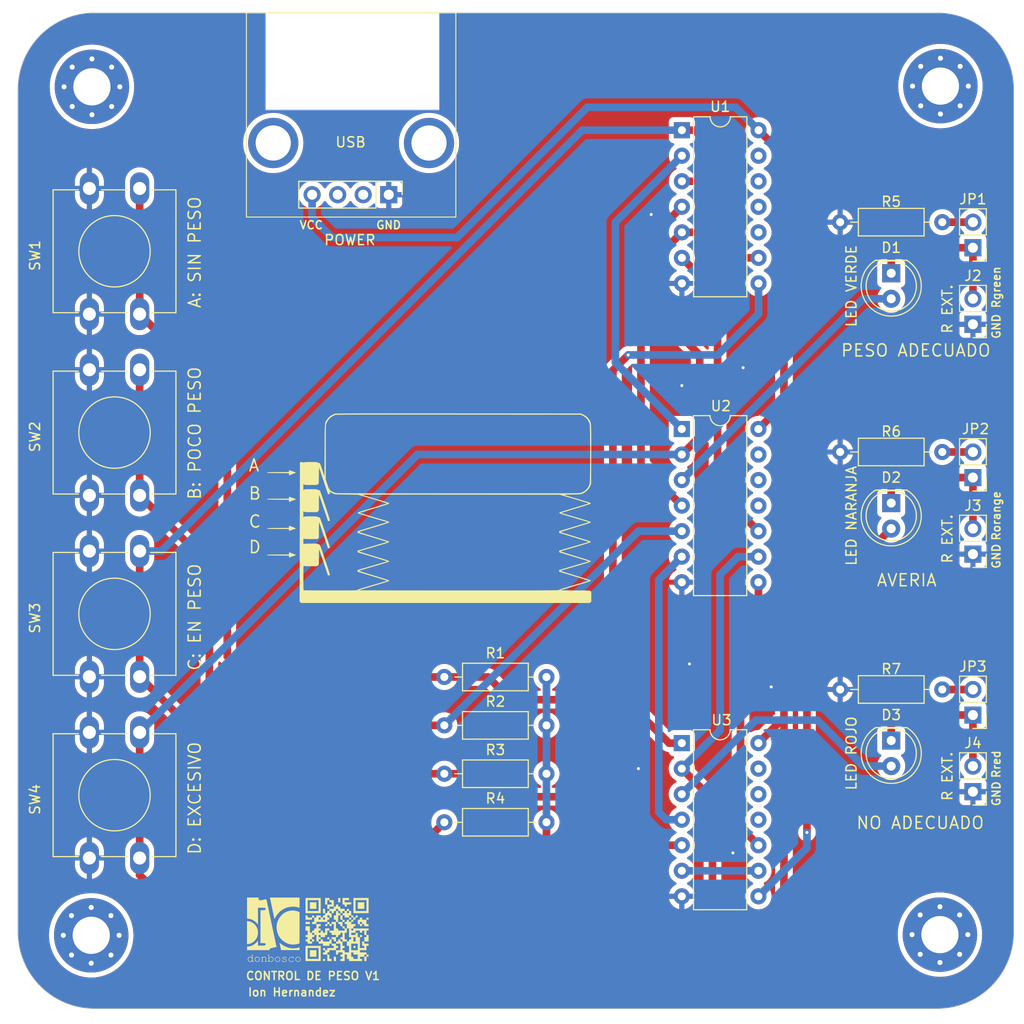
<source format=kicad_pcb>
(kicad_pcb (version 20240108) (generator "pcbnew") (generator_version "8.0")
  (layers (0 "F.Cu" signal) (31 "B.Cu" signal) (34 "B.Paste" user) (35 "F.Paste" user) (36 "B.SilkS" user "B.Silkscreen") (37 "F.SilkS" user "F.Silkscreen") (38 "B.Mask" user) (39 "F.Mask" user) (44 "Edge.Cuts" user))
  (net 0 "")
  (net 1 "Net-(D1-K)")
  (net 2 "LED VERDE")
  (net 3 "Net-(D2-K)")
  (net 4 "LED NARANJA")
  (net 5 "Net-(D3-K)")
  (net 6 "LED ROJO")
  (net 7 "GND")
  (net 10 "Net-(JP3-B)")
  (net 11 "POCO PESO")
  (net 12 "+5V")
  (net 13 "P ADECUADO")
  (net 14 "P EXCESIVO")
  (net 15 "SIN PESO")
  (net 16 "Net-(U1-Pad2)")
  (net 17 "Net-(U1-Pad8)")
  (net 18 "Net-(U1-Pad4)")
  (net 19 "Net-(U1-Pad6)")
  (net 20 "Net-(U2-Pad8)")
  (net 21 "Net-(U2-Pad6)")
  (net 22 "Net-(U3-Pad6)")
  (net 23 "Net-(JP1-B)")
  (net 24 "Net-(JP2-B)")
  (footprint "Connector_PinHeader_2.54mm:PinHeader_1x02_P2.54mm_Vertical" (layer "F.Cu") (at 161.036 83.825 180)
    (property "Reference" "JP2" (at -0.254 4.831 0) (layer "F.SilkS"))
    (property "Value" "Jumper_2_Bridged" (hide yes))
    (pad "1" thru_hole rect (at 0 0 180) (size 1.7 1.7) (drill 1) (layers "*.Cu" "*.Mask") (net 3 "Net-(D2-K)"))
    (pad "2" thru_hole oval (at 0 2.54 180) (size 1.7 1.7) (drill 1) (layers "*.Cu" "*.Mask") (net 24 "Net-(JP2-B)"))
  )
  (footprint "LED_THT:LED_D5.0mm" (layer "F.Cu") (at 152.908 109.982 -90)
    (property "Reference" "D3" (at -2.545 0 180) (layer "F.SilkS"))
    (property "Value" "LED ROJO" (at 1.27 3.96 90) (layer "F.SilkS"))
    (pad "1" thru_hole rect (at 0 0 270) (size 1.8 1.8) (drill 0.9) (layers "*.Cu" "*.Mask") (net 5 "Net-(D3-K)"))
    (pad "2" thru_hole circle (at 2.54 0 270) (size 1.8 1.8) (drill 0.9) (layers "*.Cu" "*.Mask") (net 6 "LED ROJO"))
  )
  (footprint "Resistor_THT:R_Axial_DIN0207_L6.3mm_D2.5mm_P10.16mm_Horizontal" (layer "F.Cu") (at 157.988 104.902 180)
    (property "Reference" "R7" (at 5.08 2.032 0) (layer "F.SilkS"))
    (property "Value" "220" (hide yes))
    (pad "1" thru_hole circle (at 0 0 180) (size 1.6 1.6) (drill 0.8) (layers "*.Cu" "*.Mask") (net 10 "Net-(JP3-B)"))
    (pad "2" thru_hole oval (at 10.16 0 180) (size 1.6 1.6) (drill 0.8) (layers "*.Cu" "*.Mask") (net 7 "GND"))
  )
  (footprint "Resistor_THT:R_Axial_DIN0207_L6.3mm_D2.5mm_P10.16mm_Horizontal" (layer "F.Cu") (at 108.458 103.66)
    (property "Reference" "R1" (at 5.08 -2.37 0) (layer "F.SilkS"))
    (property "Value" "10k" (hide yes))
    (pad "1" thru_hole circle (at 0 0) (size 1.6 1.6) (drill 0.8) (layers "*.Cu" "*.Mask") (net 15 "SIN PESO"))
    (pad "2" thru_hole oval (at 10.16 0) (size 1.6 1.6) (drill 0.8) (layers "*.Cu" "*.Mask") (net 12 "+5V"))
  )
  (footprint "MountingHole:MountingHole_3.7mm_Pad_Via" (layer "F.Cu") (at 157.753 129.286)
    (property "Reference" "REF**" (hide yes))
    (property "Value" "MountingHole_3.7mm_Pad_Via" (hide yes))
    (pad "1" thru_hole circle (at -2.775 0) (size 0.8 0.8) (drill 0.5) (layers "*.Cu" "*.Mask"))
    (pad "1" thru_hole circle (at -1.962221 -1.962221) (size 0.8 0.8) (drill 0.5) (layers "*.Cu" "*.Mask"))
    (pad "1" thru_hole circle (at -1.962221 1.962221) (size 0.8 0.8) (drill 0.5) (layers "*.Cu" "*.Mask"))
    (pad "1" thru_hole circle (at 0 -2.775) (size 0.8 0.8) (drill 0.5) (layers "*.Cu" "*.Mask"))
    (pad "1" thru_hole circle (at 0 0) (size 7.4 7.4) (drill 3.7) (layers "*.Cu" "*.Mask"))
    (pad "1" thru_hole circle (at 0 2.775) (size 0.8 0.8) (drill 0.5) (layers "*.Cu" "*.Mask"))
    (pad "1" thru_hole circle (at 1.962221 -1.962221) (size 0.8 0.8) (drill 0.5) (layers "*.Cu" "*.Mask"))
    (pad "1" thru_hole circle (at 1.962221 1.962221) (size 0.8 0.8) (drill 0.5) (layers "*.Cu" "*.Mask"))
    (pad "1" thru_hole circle (at 2.775 0) (size 0.8 0.8) (drill 0.5) (layers "*.Cu" "*.Mask"))
  )
  (footprint "Package_DIP:DIP-14_W7.62mm" (layer "F.Cu") (at 132.09 49.271)
    (property "Reference" "U1" (at 3.81 -2.33 0) (layer "F.SilkS"))
    (property "Value" "74LS04" (hide yes))
    (pad "1" thru_hole rect (at 0 0) (size 1.6 1.6) (drill 0.8) (layers "*.Cu" "*.Mask") (net 13 "P ADECUADO"))
    (pad "2" thru_hole oval (at 0 2.54) (size 1.6 1.6) (drill 0.8) (layers "*.Cu" "*.Mask") (net 16 "Net-(U1-Pad2)"))
    (pad "3" thru_hole oval (at 0 5.08) (size 1.6 1.6) (drill 0.8) (layers "*.Cu" "*.Mask") (net 13 "P ADECUADO"))
    (pad "4" thru_hole oval (at 0 7.62) (size 1.6 1.6) (drill 0.8) (layers "*.Cu" "*.Mask") (net 18 "Net-(U1-Pad4)"))
    (pad "5" thru_hole oval (at 0 10.16) (size 1.6 1.6) (drill 0.8) (layers "*.Cu" "*.Mask") (net 14 "P EXCESIVO"))
    (pad "6" thru_hole oval (at 0 12.7) (size 1.6 1.6) (drill 0.8) (layers "*.Cu" "*.Mask") (net 19 "Net-(U1-Pad6)"))
    (pad "7" thru_hole oval (at 0 15.24) (size 1.6 1.6) (drill 0.8) (layers "*.Cu" "*.Mask") (net 7 "GND"))
    (pad "8" thru_hole oval (at 7.62 15.24) (size 1.6 1.6) (drill 0.8) (layers "*.Cu" "*.Mask") (net 17 "Net-(U1-Pad8)"))
    (pad "9" thru_hole oval (at 7.62 12.7) (size 1.6 1.6) (drill 0.8) (layers "*.Cu" "*.Mask") (net 14 "P EXCESIVO"))
    (pad "10" thru_hole oval (at 7.62 10.16) (size 1.6 1.6) (drill 0.8) (layers "*.Cu" "*.Mask"))
    (pad "11" thru_hole oval (at 7.62 7.62) (size 1.6 1.6) (drill 0.8) (layers "*.Cu" "*.Mask"))
    (pad "12" thru_hole oval (at 7.62 5.08) (size 1.6 1.6) (drill 0.8) (layers "*.Cu" "*.Mask"))
    (pad "13" thru_hole oval (at 7.62 2.54) (size 1.6 1.6) (drill 0.8) (layers "*.Cu" "*.Mask"))
    (pad "14" thru_hole oval (at 7.62 0) (size 1.6 1.6) (drill 0.8) (layers "*.Cu" "*.Mask") (net 12 "+5V"))
  )
  (footprint "Resistor_THT:R_Axial_DIN0207_L6.3mm_D2.5mm_P10.16mm_Horizontal" (layer "F.Cu") (at 108.458 108.472)
    (property "Reference" "R2" (at 5.08 -2.37 0) (layer "F.SilkS"))
    (property "Value" "10k" (hide yes))
    (pad "1" thru_hole circle (at 0 0) (size 1.6 1.6) (drill 0.8) (layers "*.Cu" "*.Mask") (net 11 "POCO PESO"))
    (pad "2" thru_hole oval (at 10.16 0) (size 1.6 1.6) (drill 0.8) (layers "*.Cu" "*.Mask") (net 12 "+5V"))
  )
  (footprint "Package_DIP:DIP-14_W7.62mm" (layer "F.Cu") (at 132.08 110.236)
    (property "Reference" "U3" (at 3.954 -2.286 0) (layer "F.SilkS"))
    (property "Value" "74LS32" (hide yes))
    (pad "1" thru_hole rect (at 0 0) (size 1.6 1.6) (drill 0.8) (layers "*.Cu" "*.Mask") (net 17 "Net-(U1-Pad8)"))
    (pad "2" thru_hole oval (at 0 2.54) (size 1.6 1.6) (drill 0.8) (layers "*.Cu" "*.Mask") (net 13 "P ADECUADO"))
    (pad "3" thru_hole oval (at 0 5.08) (size 1.6 1.6) (drill 0.8) (layers "*.Cu" "*.Mask") (net 6 "LED ROJO"))
    (pad "4" thru_hole oval (at 0 7.62) (size 1.6 1.6) (drill 0.8) (layers "*.Cu" "*.Mask") (net 21 "Net-(U2-Pad6)"))
    (pad "5" thru_hole oval (at 0 10.16) (size 1.6 1.6) (drill 0.8) (layers "*.Cu" "*.Mask") (net 15 "SIN PESO"))
    (pad "6" thru_hole oval (at 0 12.7) (size 1.6 1.6) (drill 0.8) (layers "*.Cu" "*.Mask") (net 22 "Net-(U3-Pad6)"))
    (pad "7" thru_hole oval (at 0 15.24) (size 1.6 1.6) (drill 0.8) (layers "*.Cu" "*.Mask") (net 7 "GND"))
    (pad "8" thru_hole oval (at 7.62 15.24) (size 1.6 1.6) (drill 0.8) (layers "*.Cu" "*.Mask") (net 4 "LED NARANJA"))
    (pad "9" thru_hole oval (at 7.62 12.7) (size 1.6 1.6) (drill 0.8) (layers "*.Cu" "*.Mask") (net 22 "Net-(U3-Pad6)"))
    (pad "10" thru_hole oval (at 7.62 10.16) (size 1.6 1.6) (drill 0.8) (layers "*.Cu" "*.Mask") (net 20 "Net-(U2-Pad8)"))
    (pad "11" thru_hole oval (at 7.62 7.62) (size 1.6 1.6) (drill 0.8) (layers "*.Cu" "*.Mask"))
    (pad "12" thru_hole oval (at 7.62 5.08) (size 1.6 1.6) (drill 0.8) (layers "*.Cu" "*.Mask"))
    (pad "13" thru_hole oval (at 7.62 2.54) (size 1.6 1.6) (drill 0.8) (layers "*.Cu" "*.Mask"))
    (pad "14" thru_hole oval (at 7.62 0) (size 1.6 1.6) (drill 0.8) (layers "*.Cu" "*.Mask") (net 12 "+5V"))
  )
  (footprint "Package_DIP:DIP-14_W7.62mm" (layer "F.Cu") (at 132.08 78.994)
    (property "Reference" "U2" (at 3.882 -2.286 0) (layer "F.SilkS"))
    (property "Value" "74LS08" (hide yes))
    (pad "1" thru_hole rect (at 0 0) (size 1.6 1.6) (drill 0.8) (layers "*.Cu" "*.Mask") (net 16 "Net-(U1-Pad2)"))
    (pad "2" thru_hole oval (at 0 2.54) (size 1.6 1.6) (drill 0.8) (layers "*.Cu" "*.Mask") (net 14 "P EXCESIVO"))
    (pad "3" thru_hole oval (at 0 5.08) (size 1.6 1.6) (drill 0.8) (layers "*.Cu" "*.Mask") (net 2 "LED VERDE"))
    (pad "4" thru_hole oval (at 0 7.62) (size 1.6 1.6) (drill 0.8) (layers "*.Cu" "*.Mask") (net 18 "Net-(U1-Pad4)"))
    (pad "5" thru_hole oval (at 0 10.16) (size 1.6 1.6) (drill 0.8) (layers "*.Cu" "*.Mask") (net 11 "POCO PESO"))
    (pad "6" thru_hole oval (at 0 12.7) (size 1.6 1.6) (drill 0.8) (layers "*.Cu" "*.Mask") (net 21 "Net-(U2-Pad6)"))
    (pad "7" thru_hole oval (at 0 15.24) (size 1.6 1.6) (drill 0.8) (layers "*.Cu" "*.Mask") (net 7 "GND"))
    (pad "8" thru_hole oval (at 7.62 15.24) (size 1.6 1.6) (drill 0.8) (layers "*.Cu" "*.Mask") (net 20 "Net-(U2-Pad8)"))
    (pad "9" thru_hole oval (at 7.62 12.7) (size 1.6 1.6) (drill 0.8) (layers "*.Cu" "*.Mask") (net 13 "P ADECUADO"))
    (pad "10" thru_hole oval (at 7.62 10.16) (size 1.6 1.6) (drill 0.8) (layers "*.Cu" "*.Mask") (net 19 "Net-(U1-Pad6)"))
    (pad "11" thru_hole oval (at 7.62 7.62) (size 1.6 1.6) (drill 0.8) (layers "*.Cu" "*.Mask"))
    (pad "12" thru_hole oval (at 7.62 5.08) (size 1.6 1.6) (drill 0.8) (layers "*.Cu" "*.Mask"))
    (pad "13" thru_hole oval (at 7.62 2.54) (size 1.6 1.6) (drill 0.8) (layers "*.Cu" "*.Mask"))
    (pad "14" thru_hole oval (at 7.62 0) (size 1.6 1.6) (drill 0.8) (layers "*.Cu" "*.Mask") (net 12 "+5V"))
  )
  (footprint "footprint_Pisu_Kontrola:qr-github-8mm" (layer "F.Cu") (at 97.79 128.778)
    (property "Reference" "G***" (hide yes))
    (property "Value" "LOGO" (hide yes))
  )
  (footprint "Connector_PinHeader_2.54mm:PinHeader_1x02_P2.54mm_Vertical" (layer "F.Cu") (at 161.036 68.58 180)
    (property "Reference" "J2" (at 0 4.826 0) (layer "F.SilkS"))
    (property "Value" "Conn_01x02" (hide yes))
    (pad "1" thru_hole rect (at 0 0 180) (size 1.7 1.7) (drill 1) (layers "*.Cu" "*.Mask") (net 7 "GND"))
    (pad "2" thru_hole oval (at 0 2.54 180) (size 1.7 1.7) (drill 1) (layers "*.Cu" "*.Mask") (net 1 "Net-(D1-K)"))
  )
  (footprint "Button_Switch_THT:SW_PUSH-12mm" (layer "F.Cu") (at 73.152 85.598 90)
    (property "Reference" "SW2" (at 5.83 -5.41 90) (layer "F.SilkS"))
    (property "Value" "SW_Push" (hide yes))
    (pad "1" thru_hole oval (at 0 0 90) (size 3.2 1.9) (drill 1.3) (layers "*.Cu" "*.Mask") (net 7 "GND"))
    (pad "1" thru_hole oval (at 12.5 0 90) (size 3.2 1.9) (drill 1.3) (layers "*.Cu" "*.Mask") (net 7 "GND"))
    (pad "2" thru_hole oval (at 0 5 90) (size 3.2 1.9) (drill 1.3) (layers "*.Cu" "*.Mask") (net 11 "POCO PESO"))
    (pad "2" thru_hole oval (at 12.5 5 90) (size 3.2 1.9) (drill 1.3) (layers "*.Cu" "*.Mask") (net 11 "POCO PESO"))
  )
  (footprint "Button_Switch_THT:SW_PUSH-12mm" (layer "F.Cu") (at 73.152 121.666 90)
    (property "Reference" "SW4" (at 5.83 -5.41 90) (layer "F.SilkS"))
    (property "Value" "SW_Push" (hide yes))
    (pad "1" thru_hole oval (at 0 0 90) (size 3.2 1.9) (drill 1.3) (layers "*.Cu" "*.Mask") (net 7 "GND"))
    (pad "1" thru_hole oval (at 12.5 0 90) (size 3.2 1.9) (drill 1.3) (layers "*.Cu" "*.Mask") (net 7 "GND"))
    (pad "2" thru_hole oval (at 0 5 90) (size 3.2 1.9) (drill 1.3) (layers "*.Cu" "*.Mask") (net 14 "P EXCESIVO"))
    (pad "2" thru_hole oval (at 12.5 5 90) (size 3.2 1.9) (drill 1.3) (layers "*.Cu" "*.Mask") (net 14 "P EXCESIVO"))
  )
  (footprint "footprint_Pisu_Kontrola:USB -1x04_P2.54mm" (layer "F.Cu") (at 99.187 55.372)
    (property "Reference" "J1" (hide yes))
    (property "Value" "Power" (hide yes))
    (fp_text user "USB" (at -1.651 -4.318 0) (layer "F.SilkS") (effects (justify left bottom)))
    (pad "1" thru_hole circle (at -7.747 -4.826) (size 5 5) (drill 3.5) (layers "*.Cu" "*.Mask"))
    (pad "1" thru_hole rect (at 3.743 0.314 270) (size 1.7 1.7) (drill 1) (layers "*.Cu" "*.Mask"))
    (pad "1" thru_hole circle (at 7.747 -4.826) (size 5 5) (drill 3.5) (layers "*.Cu" "*.Mask"))
    (pad "2" thru_hole oval (at 1.203 0.314 270) (size 1.7 1.7) (drill 1) (layers "*.Cu" "*.Mask"))
    (pad "3" thru_hole oval (at -1.337 0.314 270) (size 1.7 1.7) (drill 1) (layers "*.Cu" "*.Mask"))
    (pad "4" thru_hole oval (at -3.877 0.314 270) (size 1.7 1.7) (drill 1) (layers "*.Cu" "*.Mask") (net 12 "+5V"))
  )
  (footprint "LED_THT:LED_D5.0mm" (layer "F.Cu") (at 152.908 63.5 -90)
    (property "Reference" "D1" (at -2.54 0 0) (layer "F.SilkS"))
    (property "Value" "LED VERDE" (at 1.27 3.96 90) (layer "F.SilkS"))
    (pad "1" thru_hole rect (at 0 0 270) (size 1.8 1.8) (drill 0.9) (layers "*.Cu" "*.Mask") (net 1 "Net-(D1-K)"))
    (pad "2" thru_hole circle (at 2.54 0 270) (size 1.8 1.8) (drill 0.9) (layers "*.Cu" "*.Mask") (net 2 "LED VERDE"))
  )
  (footprint "Button_Switch_THT:SW_PUSH-12mm" (layer "F.Cu") (at 73.152 67.564 90)
    (property "Reference" "SW1" (at 5.83 -5.41 90) (layer "F.SilkS"))
    (property "Value" "SW_Push" (hide yes))
    (pad "1" thru_hole oval (at 0 0 90) (size 3.2 1.9) (drill 1.3) (layers "*.Cu" "*.Mask") (net 7 "GND"))
    (pad "1" thru_hole oval (at 12.5 0 90) (size 3.2 1.9) (drill 1.3) (layers "*.Cu" "*.Mask") (net 7 "GND"))
    (pad "2" thru_hole oval (at 0 5 90) (size 3.2 1.9) (drill 1.3) (layers "*.Cu" "*.Mask") (net 15 "SIN PESO"))
    (pad "2" thru_hole oval (at 12.5 5 90) (size 3.2 1.9) (drill 1.3) (layers "*.Cu" "*.Mask") (net 15 "SIN PESO"))
  )
  (footprint "MountingHole:MountingHole_3.7mm_Pad_Via" (layer "F.Cu") (at 73.406 44.958)
    (property "Reference" "REF**" (hide yes))
    (property "Value" "MountingHole_3.7mm_Pad_Via" (hide yes))
    (pad "1" thru_hole circle (at -2.775 0) (size 0.8 0.8) (drill 0.5) (layers "*.Cu" "*.Mask"))
    (pad "1" thru_hole circle (at -1.962221 -1.962221) (size 0.8 0.8) (drill 0.5) (layers "*.Cu" "*.Mask"))
    (pad "1" thru_hole circle (at -1.962221 1.962221) (size 0.8 0.8) (drill 0.5) (layers "*.Cu" "*.Mask"))
    (pad "1" thru_hole circle (at 0 -2.775) (size 0.8 0.8) (drill 0.5) (layers "*.Cu" "*.Mask"))
    (pad "1" thru_hole circle (at 0 0) (size 7.4 7.4) (drill 3.7) (layers "*.Cu" "*.Mask"))
    (pad "1" thru_hole circle (at 0 2.775) (size 0.8 0.8) (drill 0.5) (layers "*.Cu" "*.Mask"))
    (pad "1" thru_hole circle (at 1.962221 -1.962221) (size 0.8 0.8) (drill 0.5) (layers "*.Cu" "*.Mask"))
    (pad "1" thru_hole circle (at 1.962221 1.962221) (size 0.8 0.8) (drill 0.5) (layers "*.Cu" "*.Mask"))
    (pad "1" thru_hole circle (at 2.775 0) (size 0.8 0.8) (drill 0.5) (layers "*.Cu" "*.Mask"))
  )
  (footprint "Connector_PinHeader_2.54mm:PinHeader_1x02_P2.54mm_Vertical" (layer "F.Cu") (at 161.036 107.447 180)
    (property "Reference" "JP3" (at 0 4.826 0) (layer "F.SilkS"))
    (property "Value" "Jumper_2_Bridged" (hide yes))
    (pad "1" thru_hole rect (at 0 0 180) (size 1.7 1.7) (drill 1) (layers "*.Cu" "*.Mask") (net 5 "Net-(D3-K)"))
    (pad "2" thru_hole oval (at 0 2.54 180) (size 1.7 1.7) (drill 1) (layers "*.Cu" "*.Mask") (net 10 "Net-(JP3-B)"))
  )
  (footprint "footprint_Pisu_Kontrola:DB-6x7" (layer "F.Cu") (at 91.44 128.778)
    (property "Reference" "G***" (hide yes))
    (property "Value" "LOGO" (hide yes))
  )
  (footprint "Resistor_THT:R_Axial_DIN0207_L6.3mm_D2.5mm_P10.16mm_Horizontal" (layer "F.Cu") (at 108.458 118.11)
    (property "Reference" "R4" (at 5.08 -2.37 0) (layer "F.SilkS"))
    (property "Value" "10k" (hide yes))
    (pad "1" thru_hole circle (at 0 0) (size 1.6 1.6) (drill 0.8) (layers "*.Cu" "*.Mask") (net 14 "P EXCESIVO"))
    (pad "2" thru_hole oval (at 10.16 0) (size 1.6 1.6) (drill 0.8) (layers "*.Cu" "*.Mask") (net 12 "+5V"))
  )
  (footprint "MountingHole:MountingHole_3.7mm_Pad_Via" (layer "F.Cu") (at 73.336221 129.355779)
    (property "Reference" "REF**" (hide yes))
    (property "Value" "MountingHole_3.7mm_Pad_Via" (hide yes))
    (pad "1" thru_hole circle (at -2.775 0) (size 0.8 0.8) (drill 0.5) (layers "*.Cu" "*.Mask"))
    (pad "1" thru_hole circle (at -1.962221 -1.962221) (size 0.8 0.8) (drill 0.5) (layers "*.Cu" "*.Mask"))
    (pad "1" thru_hole circle (at -1.962221 1.962221) (size 0.8 0.8) (drill 0.5) (layers "*.Cu" "*.Mask"))
    (pad "1" thru_hole circle (at 0 -2.775) (size 0.8 0.8) (drill 0.5) (layers "*.Cu" "*.Mask"))
    (pad "1" thru_hole circle (at 0 0) (size 7.4 7.4) (drill 3.7) (layers "*.Cu" "*.Mask"))
    (pad "1" thru_hole circle (at 0 2.775) (size 0.8 0.8) (drill 0.5) (layers "*.Cu" "*.Mask"))
    (pad "1" thru_hole circle (at 1.962221 -1.962221) (size 0.8 0.8) (drill 0.5) (layers "*.Cu" "*.Mask"))
    (pad "1" thru_hole circle (at 1.962221 1.962221) (size 0.8 0.8) (drill 0.5) (layers "*.Cu" "*.Mask"))
    (pad "1" thru_hole circle (at 2.775 0) (size 0.8 0.8) (drill 0.5) (layers "*.Cu" "*.Mask"))
  )
  (footprint "footprint_Pisu_Kontrola:Pisu_Baskula_Marrazkia" (layer "F.Cu") (at 98.298 89.25721)
    (property "Reference" "G***" (hide yes))
    (property "Value" "LOGO" (hide yes))
  )
  (footprint "Resistor_THT:R_Axial_DIN0207_L6.3mm_D2.5mm_P10.16mm_Horizontal" (layer "F.Cu") (at 108.458 113.284)
    (property "Reference" "R3" (at 5.08 -2.37 0) (layer "F.SilkS"))
    (property "Value" "10k" (hide yes))
    (pad "1" thru_hole circle (at 0 0) (size 1.6 1.6) (drill 0.8) (layers "*.Cu" "*.Mask") (net 13 "P ADECUADO"))
    (pad "2" thru_hole oval (at 10.16 0) (size 1.6 1.6) (drill 0.8) (layers "*.Cu" "*.Mask") (net 12 "+5V"))
  )
  (footprint "Connector_PinHeader_2.54mm:PinHeader_1x02_P2.54mm_Vertical" (layer "F.Cu") (at 161.036 115.067 180)
    (property "Reference" "J4" (at 0 4.831 0) (layer "F.SilkS"))
    (property "Value" "Conn_01x02" (hide yes))
    (pad "1" thru_hole rect (at 0 0 180) (size 1.7 1.7) (drill 1) (layers "*.Cu" "*.Mask") (net 7 "GND"))
    (pad "2" thru_hole oval (at 0 2.54 180) (size 1.7 1.7) (drill 1) (layers "*.Cu" "*.Mask") (net 5 "Net-(D3-K)"))
  )
  (footprint "LED_THT:LED_D5.0mm" (layer "F.Cu") (at 152.908 86.36 -90)
    (property "Reference" "D2" (at -2.54 0 0) (layer "F.SilkS"))
    (property "Value" "LED NARANJA" (at 1.27 3.96 90) (layer "F.SilkS"))
    (pad "1" thru_hole rect (at 0 0 270) (size 1.8 1.8) (drill 0.9) (layers "*.Cu" "*.Mask") (net 3 "Net-(D2-K)"))
    (pad "2" thru_hole circle (at 2.54 0 270) (size 1.8 1.8) (drill 0.9) (layers "*.Cu" "*.Mask") (net 4 "LED NARANJA"))
  )
  (footprint "Connector_PinHeader_2.54mm:PinHeader_1x02_P2.54mm_Vertical" (layer "F.Cu") (at 161.036 91.44 180)
    (property "Reference" "J3" (at 0 4.826 0) (layer "F.SilkS"))
    (property "Value" "Conn_01x02" (hide yes))
    (pad "1" thru_hole rect (at 0 0 180) (size 1.7 1.7) (drill 1) (layers "*.Cu" "*.Mask") (net 7 "GND"))
    (pad "2" thru_hole oval (at 0 2.54 180) (size 1.7 1.7) (drill 1) (layers "*.Cu" "*.Mask") (net 3 "Net-(D2-K)"))
  )
  (footprint "Resistor_THT:R_Axial_DIN0207_L6.3mm_D2.5mm_P10.16mm_Horizontal" (layer "F.Cu") (at 157.988 58.42 180)
    (property "Reference" "R5" (at 5.08 2.032 0) (layer "F.SilkS"))
    (property "Value" "220" (hide yes))
    (pad "1" thru_hole circle (at 0 0 180) (size 1.6 1.6) (drill 0.8) (layers "*.Cu" "*.Mask") (net 23 "Net-(JP1-B)"))
    (pad "2" thru_hole oval (at 10.16 0 180) (size 1.6 1.6) (drill 0.8) (layers "*.Cu" "*.Mask") (net 7 "GND"))
  )
  (footprint "Button_Switch_THT:SW_PUSH-12mm" (layer "F.Cu") (at 73.152 103.632 90)
    (property "Reference" "SW3" (at 5.83 -5.41 90) (layer "F.SilkS"))
    (property "Value" "SW_Push" (hide yes))
    (pad "1" thru_hole oval (at 0 0 90) (size 3.2 1.9) (drill 1.3) (layers "*.Cu" "*.Mask") (net 7 "GND"))
    (pad "1" thru_hole oval (at 12.5 0 90) (size 3.2 1.9) (drill 1.3) (layers "*.Cu" "*.Mask") (net 7 "GND"))
    (pad "2" thru_hole oval (at 0 5 90) (size 3.2 1.9) (drill 1.3) (layers "*.Cu" "*.Mask") (net 13 "P ADECUADO"))
    (pad "2" thru_hole oval (at 12.5 5 90) (size 3.2 1.9) (drill 1.3) (layers "*.Cu" "*.Mask") (net 13 "P ADECUADO"))
  )
  (footprint "Resistor_THT:R_Axial_DIN0207_L6.3mm_D2.5mm_P10.16mm_Horizontal" (layer "F.Cu") (at 157.988 81.28 180)
    (property "Reference" "R6" (at 5.08 2.032 0) (layer "F.SilkS"))
    (property "Value" "220" (hide yes))
    (pad "1" thru_hole circle (at 0 0 180) (size 1.6 1.6) (drill 0.8) (layers "*.Cu" "*.Mask") (net 24 "Net-(JP2-B)"))
    (pad "2" thru_hole oval (at 10.16 0 180) (size 1.6 1.6) (drill 0.8) (layers "*.Cu" "*.Mask") (net 7 "GND"))
  )
  (footprint "Connector_PinHeader_2.54mm:PinHeader_1x02_P2.54mm_Vertical" (layer "F.Cu") (at 161.036 60.965 180)
    (property "Reference" "JP1" (at 0 4.831 0) (layer "F.SilkS"))
    (property "Value" "Jumper_2_Bridged" (hide yes))
    (pad "1" thru_hole rect (at 0 0 180) (size 1.7 1.7) (drill 1) (layers "*.Cu" "*.Mask") (net 1 "Net-(D1-K)"))
    (pad "2" thru_hole oval (at 0 2.54 180) (size 1.7 1.7) (drill 1) (layers "*.Cu" "*.Mask") (net 23 "Net-(JP1-B)"))
  )
  (footprint "MountingHole:MountingHole_3.7mm_Pad_Via" (layer "F.Cu") (at 157.803779 44.888221)
    (property "Reference" "REF**" (hide yes))
    (property "Value" "MountingHole_3.7mm_Pad_Via" (hide yes))
    (pad "1" thru_hole circle (at -2.775 0) (size 0.8 0.8) (drill 0.5) (layers "*.Cu" "*.Mask"))
    (pad "1" thru_hole circle (at -1.962221 -1.962221) (size 0.8 0.8) (drill 0.5) (layers "*.Cu" "*.Mask"))
    (pad "1" thru_hole circle (at -1.962221 1.962221) (size 0.8 0.8) (drill 0.5) (layers "*.Cu" "*.Mask"))
    (pad "1" thru_hole circle (at 0 -2.775) (size 0.8 0.8) (drill 0.5) (layers "*.Cu" "*.Mask"))
    (pad "1" thru_hole circle (at 0 0) (size 7.4 7.4) (drill 3.7) (layers "*.Cu" "*.Mask"))
    (pad "1" thru_hole circle (at 0 2.775) (size 0.8 0.8) (drill 0.5) (layers "*.Cu" "*.Mask"))
    (pad "1" thru_hole circle (at 1.962221 -1.962221) (size 0.8 0.8) (drill 0.5) (layers "*.Cu" "*.Mask"))
    (pad "1" thru_hole circle (at 1.962221 1.962221) (size 0.8 0.8) (drill 0.5) (layers "*.Cu" "*.Mask"))
    (pad "1" thru_hole circle (at 2.775 0) (size 0.8 0.8) (drill 0.5) (layers "*.Cu" "*.Mask"))
  )
  (gr_arc (start 157.48 37.592) (mid 162.868154 39.823846) (end 165.1 45.212) (stroke (width 0.05)) (layer "Edge.Cuts"))
  (gr_line (start 66.04 129.032) (end 66.04 45.212) (stroke (width 0.05)) (layer "Edge.Cuts"))
  (gr_line (start 107.95 37.592) (end 157.48 37.592) (stroke (width 0.05)) (layer "Edge.Cuts"))
  (gr_line (start 90.678 47.244) (end 107.95 47.244) (stroke (width 0.05)) (layer "Edge.Cuts"))
  (gr_line (start 73.66 37.592) (end 90.678 37.592) (stroke (width 0.05)) (layer "Edge.Cuts"))
  (gr_line (start 107.95 47.244) (end 107.95 37.592) (stroke (width 0.05)) (layer "Edge.Cuts"))
  (gr_line (start 157.48 136.652) (end 73.66 136.652) (stroke (width 0.05)) (layer "Edge.Cuts"))
  (gr_arc (start 165.1 129.032) (mid 162.868154 134.420154) (end 157.48 136.652) (stroke (width 0.05)) (layer "Edge.Cuts"))
  (gr_arc (start 73.66 136.652) (mid 68.271846 134.420154) (end 66.04 129.032) (stroke (width 0.05)) (layer "Edge.Cuts"))
  (gr_arc (start 66.04 45.212) (mid 68.271846 39.823846) (end 73.66 37.592) (stroke (width 0.05)) (layer "Edge.Cuts"))
  (gr_line (start 165.1 45.212) (end 165.1 129.032) (stroke (width 0.05)) (layer "Edge.Cuts"))
  (gr_line (start 90.678 37.592) (end 90.678 47.244) (stroke (width 0.05)) (layer "Edge.Cuts"))
  (gr_text "AVERIA" (at 151.384 94.742 0) (layer "F.SilkS") (effects (font (size 1.2 1.2) (thickness 0.15) (bold yes)) (justify left bottom)))
  (gr_text "Rred" (at 163.83 113.792 90) (layer "F.SilkS") (effects (font (size 0.8 0.8) (thickness 0.15) (bold yes)) (justify left bottom)))
  (gr_text "R EXT." (at 158.496 89.916 90) (layer "F.SilkS") (effects (font (size 1 1))))
  (gr_text "C\n" (at 88.908912 88.9 0) (layer "F.SilkS") (effects (font (size 1.2 1.2) (thickness 0.15) (bold yes)) (justify left bottom)))
  (gr_text "B\n" (at 88.908912 86.106 0) (layer "F.SilkS") (effects (font (size 1.2 1.2) (thickness 0.15) (bold yes)) (justify left bottom)))
  (gr_text "GND" (at 163.83 116.586 90) (layer "F.SilkS") (effects (font (size 0.8 0.8) (thickness 0.15) (bold yes)) (justify left bottom)))
  (gr_text "POWER" (at 99.06 60.198 0) (layer "F.SilkS") (effects (font (size 1 1))))
  (gr_text "VCC\n" (at 93.98 59.182 0) (layer "F.SilkS") (effects (font (size 0.8 0.8) (thickness 0.15) (bold yes)) (justify left bottom)))
  (gr_text "A\n" (at 88.908912 83.312 0) (layer "F.SilkS") (effects (font (size 1.2 1.2) (thickness 0.15) (bold yes)) (justify left bottom)))
  (gr_text "NO ADECUADO" (at 149.352 118.872 0) (layer "F.SilkS") (effects (font (size 1.2 1.2) (thickness 0.15) (bold yes)) (justify left bottom)))
  (gr_text "GND" (at 163.83 92.964 90) (layer "F.SilkS") (effects (font (size 0.8 0.8) (thickness 0.15) (bold yes)) (justify left bottom)))
  (gr_text "D: EXCESIVO" (at 84.328 121.412 90) (layer "F.SilkS") (effects (font (size 1.2 1.2) (thickness 0.15) (bold yes)) (justify left bottom)))
  (gr_text "A: SIN PESO" (at 84.328 67.056 90) (layer "F.SilkS") (effects (font (size 1.2 1.2) (thickness 0.15) (bold yes)) (justify left bottom)))
  (gr_text "GND" (at 101.6 59.182 0) (layer "F.SilkS") (effects (font (size 0.8 0.8) (thickness 0.15) (bold yes)) (justify left bottom)))
  (gr_text "PESO ADECUADO" (at 147.828 71.882 0) (layer "F.SilkS") (effects (font (size 1.2 1.2) (thickness 0.15) (bold yes)) (justify left bottom)))
  (gr_text "Ion Hernandez" (at 88.8492 135.4836 0) (layer "F.SilkS") (effects (font (size 0.8 0.8) (thickness 0.15) (bold yes)) (justify left bottom)))
  (gr_text "D" (at 88.908912 91.44 0) (layer "F.SilkS") (effects (font (size 1.2 1.2) (thickness 0.15) (bold yes)) (justify left bottom)))
  (gr_text "R EXT." (at 158.496 113.538 90) (layer "F.SilkS") (effects (font (size 1 1))))
  (gr_text "R EXT." (at 158.496 67.056 90) (layer "F.SilkS") (effects (font (size 1 1))))
  (gr_text "CONTROL DE PESO V1" (at 88.646 133.858 0) (layer "F.SilkS") (effects (font (size 0.8 0.8) (thickness 0.15) (bold yes)) (justify left bottom)))
  (gr_text "Rgreen\n" (at 163.83 67.056 90) (layer "F.SilkS") (effects (font (size 0.8 0.8) (thickness 0.15) (bold yes)) (justify left bottom)))
  (gr_text "GND" (at 163.83 70.104 90) (layer "F.SilkS") (effects (font (size 0.8 0.8) (thickness 0.15) (bold yes)) (justify left bottom)))
  (gr_text "B: POCO PESO" (at 84.328 86.106 90) (layer "F.SilkS") (effects (font (size 1.2 1.2) (thickness 0.15) (bold yes)) (justify left bottom)))
  (gr_text "Rorange\n" (at 163.83 90.17 90) (layer "F.SilkS") (effects (font (size 0.8 0.8) (thickness 0.15) (bold yes)) (justify left bottom)))
  (gr_text "C: EN PESO" (at 84.328 103.124 90) (layer "F.SilkS") (effects (font (size 1.2 1.2) (thickness 0.15) (bold yes)) (justify left bottom)))
  (segment (start 160.782 60.965) (end 153.919 60.965) (width 0.762) (layer "F.Cu") (net 1))
  (segment (start 152.908 61.976) (end 152.908 63.5) (width 0.762) (layer "F.Cu") (net 1))
  (segment (start 153.919 60.965) (end 152.908 61.976) (width 0.762) (layer "F.Cu") (net 1))
  (segment (start 161.036 66.04) (end 161.036 60.965) (width 0.762) (layer "F.Cu") (net 1))
  (segment (start 132.08 84.074) (end 150.114 66.04) (width 0.762) (layer "B.Cu") (net 2))
  (segment (start 150.114 66.04) (end 152.908 66.04) (width 0.762) (layer "B.Cu") (net 2))
  (segment (start 152.908 86.36) (end 152.908 84.836) (width 0.762) (layer "F.Cu") (net 3))
  (segment (start 161.036 88.9) (end 161.036 83.825) (width 0.762) (layer "F.Cu") (net 3))
  (segment (start 152.908 84.836) (end 153.919 83.825) (width 0.762) (layer "F.Cu") (net 3))
  (segment (start 153.919 83.825) (end 160.782 83.825) (width 0.762) (layer "F.Cu") (net 3))
  (segment (start 144.526 97.282) (end 152.908 88.9) (width 0.762) (layer "F.Cu") (net 4))
  (segment (start 144.526 119.126) (end 144.526 97.282) (width 0.762) (layer "F.Cu") (net 4))
  (via (at 144.526 119.126) (size 0.61) (drill 0.3) (layers "F.Cu" "B.Cu") (net 4))
  (segment (start 144.526 120.65) (end 144.526 119.126) (width 0.762) (layer "B.Cu") (net 4))
  (segment (start 139.7 125.476) (end 144.526 120.65) (width 0.762) (layer "B.Cu") (net 4))
  (segment (start 154.945 107.442) (end 160.782 107.442) (width 0.762) (layer "F.Cu") (net 5))
  (segment (start 161.036 112.527) (end 161.036 107.447) (width 0.762) (layer "F.Cu") (net 5))
  (segment (start 152.908 109.982) (end 152.908 108.453) (width 0.762) (layer "F.Cu") (net 5))
  (segment (start 152.908 108.453) (end 153.924 107.437) (width 0.762) (layer "F.Cu") (net 5))
  (segment (start 154.94 107.437) (end 154.945 107.442) (width 0.762) (layer "F.Cu") (net 5))
  (segment (start 153.924 107.437) (end 154.94 107.437) (width 0.762) (layer "F.Cu") (net 5))
  (segment (start 150.876 112.517) (end 150.881 112.522) (width 0.762) (layer "B.Cu") (net 6))
  (segment (start 139.446 107.95) (end 145.547 107.95) (width 0.762) (layer "B.Cu") (net 6))
  (segment (start 150.114 112.517) (end 145.547 107.95) (width 0.762) (layer "B.Cu") (net 6))
  (segment (start 150.114 112.517) (end 150.876 112.517) (width 0.762) (layer "B.Cu") (net 6))
  (segment (start 132.08 115.316) (end 139.446 107.95) (width 0.762) (layer "B.Cu") (net 6))
  (segment (start 150.881 112.522) (end 152.908 112.522) (width 0.762) (layer "B.Cu") (net 6))
  (via (at 132.842 102.362) (size 0.61) (drill 0.3) (layers "F.Cu" "B.Cu") (net 7))
  (via (at 138.176 72.898) (size 0.61) (drill 0.3) (layers "F.Cu" "B.Cu") (net 7))
  (via (at 132.08 74.676) (size 0.61) (drill 0.3) (layers "F.Cu" "B.Cu") (net 7))
  (via (at 127.762 112.776) (size 0.61) (drill 0.3) (layers "F.Cu" "B.Cu") (net 7))
  (via (at 140.97 104.648) (size 0.61) (drill 0.3) (layers "F.Cu" "B.Cu") (net 7))
  (via (at 137.16 121.158) (size 0.61) (drill 0.3) (layers "F.Cu" "B.Cu") (net 7))
  (via (at 129.032 57.658) (size 0.61) (drill 0.3) (layers "F.Cu" "B.Cu") (net 7))
  (segment (start 157.993 104.907) (end 157.988 104.902) (width 0.762) (layer "F.Cu") (net 10))
  (segment (start 161.036 104.907) (end 157.993 104.907) (width 0.762) (layer "F.Cu") (net 10))
  (segment (start 78.152 73.098) (end 78.152 85.598) (width 0.762) (layer "F.Cu") (net 11))
  (segment (start 85.09 105.156) (end 85.09 92.536) (width 0.762) (layer "F.Cu") (net 11))
  (segment (start 85.09 92.536) (end 78.152 85.598) (width 0.762) (layer "F.Cu") (net 11))
  (segment (start 108.458 108.472) (end 88.406 108.472) (width 0.762) (layer "F.Cu") (net 11))
  (segment (start 88.406 108.472) (end 85.09 105.156) (width 0.762) (layer "F.Cu") (net 11))
  (segment (start 127.776 89.154) (end 108.458 108.472) (width 0.762) (layer "B.Cu") (net 11))
  (segment (start 132.08 89.154) (end 127.776 89.154) (width 0.762) (layer "B.Cu") (net 11))
  (segment (start 142.24 95.25) (end 142.24 76.454) (width 0.762) (layer "F.Cu") (net 12))
  (segment (start 142.24 76.454) (end 139.7 78.994) (width 0.762) (layer "F.Cu") (net 12))
  (segment (start 139.192 130.81) (end 127.254 130.81) (width 0.762) (layer "F.Cu") (net 12))
  (segment (start 139.71 49.271) (end 142.24 51.801) (width 0.762) (layer "F.Cu") (net 12))
  (segment (start 142.24 127.762) (end 139.192 130.81) (width 0.762) (layer "F.Cu") (net 12))
  (segment (start 127.254 130.81) (end 118.618 122.174) (width 0.762) (layer "F.Cu") (net 12))
  (segment (start 118.618 122.174) (end 118.618 118.11) (width 0.762) (layer "F.Cu") (net 12))
  (segment (start 142.24 51.801) (end 142.24 76.454) (width 0.762) (layer "F.Cu") (net 12))
  (segment (start 142.24 107.696) (end 142.24 95.25) (width 0.762) (layer "F.Cu") (net 12))
  (segment (start 142.24 107.696) (end 142.24 127.762) (width 0.762) (layer "F.Cu") (net 12))
  (segment (start 139.7 110.236) (end 142.24 107.696) (width 0.762) (layer "F.Cu") (net 12))
  (segment (start 97.282 59.944) (end 109.728 59.944) (width 0.762) (layer "B.Cu") (net 12))
  (segment (start 109.728 59.944) (end 122.682 46.99) (width 0.762) (layer "B.Cu") (net 12))
  (segment (start 95.31 55.686) (end 95.31 57.972) (width 0.762) (layer "B.Cu") (net 12))
  (segment (start 118.618 108.472) (end 118.618 103.66) (width 0.762) (layer "B.Cu") (net 12))
  (segment (start 118.618 113.284) (end 118.618 108.472) (width 0.762) (layer "B.Cu") (net 12))
  (segment (start 95.31 57.972) (end 97.282 59.944) (width 0.762) (layer "B.Cu") (net 12))
  (segment (start 118.618 118.11) (end 118.618 113.284) (width 0.762) (layer "B.Cu") (net 12))
  (segment (start 122.682 46.99) (end 137.429 46.99) (width 0.762) (layer "B.Cu") (net 12))
  (segment (start 137.429 46.99) (end 139.71 49.271) (width 0.762) (layer "B.Cu") (net 12))
  (segment (start 135.128 128.778) (end 128.524 128.778) (width 0.762) (layer "F.Cu") (net 13))
  (segment (start 78.152 91.132) (end 78.152 103.632) (width 0.762) (layer "F.Cu") (net 13))
  (segment (start 116.078 115.57) (end 113.792 113.284) (width 0.762) (layer "F.Cu") (net 13))
  (segment (start 120.142 115.57) (end 116.078 115.57) (width 0.762) (layer "F.Cu") (net 13))
  (segment (start 128.524 128.778) (end 121.92 122.174) (width 0.762) (layer "F.Cu") (net 13))
  (segment (start 135.128 115.824) (end 135.128 128.778) (width 0.762) (layer "F.Cu") (net 13))
  (segment (start 113.792 113.284) (end 108.458 113.284) (width 0.762) (layer "F.Cu") (net 13))
  (segment (start 133.355 54.351) (end 134.366 53.34) (width 0.762) (layer "F.Cu") (net 13))
  (segment (start 134.366 53.34) (end 134.366 50.292) (width 0.762) (layer "F.Cu") (net 13))
  (segment (start 121.92 117.348) (end 120.142 115.57) (width 0.762) (layer "F.Cu") (net 13))
  (segment (start 132.08 112.776) (end 135.128 115.824) (width 0.762) (layer "F.Cu") (net 13))
  (segment (start 134.366 50.292) (end 133.345 49.271) (width 0.762) (layer "F.Cu") (net 13))
  (segment (start 87.804 113.284) (end 78.152 103.632) (width 0.762) (layer "F.Cu") (net 13))
  (segment (start 133.345 49.271) (end 132.09 49.271) (width 0.762) (layer "F.Cu") (net 13))
  (segment (start 108.458 113.284) (end 87.804 113.284) (width 0.762) (layer "F.Cu") (net 13))
  (segment (start 132.09 54.351) (end 133.355 54.351) (width 0.762) (layer "F.Cu") (net 13))
  (segment (start 121.92 122.174) (end 121.92 117.348) (width 0.762) (layer "F.Cu") (net 13))
  (segment (start 132.08 112.776) (end 135.89 108.966) (width 0.762) (layer "B.Cu") (net 13))
  (segment (start 122.179 49.271) (end 80.318 91.132) (width 0.762) (layer "B.Cu") (net 13))
  (segment (start 137.668 91.694) (end 139.7 91.694) (width 0.762) (layer "B.Cu") (net 13))
  (segment (start 80.318 91.132) (end 78.152 91.132) (width 0.762) (layer "B.Cu") (net 13))
  (segment (start 135.89 93.472) (end 137.668 91.694) (width 0.762) (layer "B.Cu") (net 13))
  (segment (start 135.89 108.966) (end 135.89 93.472) (width 0.762) (layer "B.Cu") (net 13))
  (segment (start 132.09 49.271) (end 122.179 49.271) (width 0.762) (layer "B.Cu") (net 13))
  (segment (start 102.108 124.46) (end 108.458 118.11) (width 0.762) (layer "F.Cu") (net 14))
  (segment (start 129.286 67.056) (end 129.286 62.235) (width 0.762) (layer "F.Cu") (net 14))
  (segment (start 79.248 124.46) (end 102.108 124.46) (width 0.762) (layer "F.Cu") (net 14))
  (segment (start 129.286 62.235) (end 132.09 59.431) (width 0.762) (layer "F.Cu") (net 14))
  (segment (start 139.71 61.971) (end 137.409 61.971) (width 0.762) (layer "F.Cu") (net 14))
  (segment (start 78.152 109.166) (end 78.152 121.666) (width 0.762) (layer "F.Cu") (net 14))
  (segment (start 137.409 61.971) (end 134.869 59.431) (width 0.762) (layer "F.Cu") (net 14))
  (segment (start 133.858 71.628) (end 129.286 67.056) (width 0.762) (layer "F.Cu") (net 14))
  (segment (start 132.08 81.534) (end 133.858 79.756) (width 0.762) (layer "F.Cu") (net 14))
  (segment (start 78.152 123.364) (end 79.248 124.46) (width 0.762) (layer "F.Cu") (net 14))
  (segment (start 133.858 79.756) (end 133.858 71.628) (width 0.762) (layer "F.Cu") (net 14))
  (segment (start 78.152 121.666) (end 78.152 123.364) (width 0.762) (layer "F.Cu") (net 14))
  (segment (start 134.869 59.431) (end 132.09 59.431) (width 0.762) (layer "F.Cu") (net 14))
  (segment (start 132.08 81.534) (end 105.784 81.534) (width 0.762) (layer "B.Cu") (net 14))
  (segment (start 105.784 81.534) (end 78.152 109.166) (width 0.762) (layer "B.Cu") (net 14))
  (segment (start 86.868 76.28) (end 78.152 67.564) (width 0.762) (layer "F.Cu") (net 15))
  (segment (start 78.152 55.064) (end 78.152 67.564) (width 0.762) (layer "F.Cu") (net 15))
  (segment (start 88.928 103.66) (end 86.868 101.6) (width 0.762) (layer "F.Cu") (net 15))
  (segment (start 108.458 103.66) (end 88.928 103.66) (width 0.762) (layer "F.Cu") (net 15))
  (segment (start 108.458 103.66) (end 112.804 103.66) (width 0.762) (layer "F.Cu") (net 15))
  (segment (start 124.714 105.918) (end 126.238 107.442) (width 0.762) (layer "F.Cu") (net 15))
  (segment (start 86.868 101.6) (end 86.868 76.28) (width 0.762) (layer "F.Cu") (net 15))
  (segment (start 126.238 118.618) (end 128.016 120.396) (width 0.762) (layer "F.Cu") (net 15))
  (segment (start 112.804 103.66) (end 115.062 105.918) (width 0.762) (layer "F.Cu") (net 15))
  (segment (start 128.016 120.396) (end 132.08 120.396) (width 0.762) (layer "F.Cu") (net 15))
  (segment (start 126.238 107.442) (end 126.238 118.618) (width 0.762) (layer "F.Cu") (net 15))
  (segment (start 115.062 105.918) (end 124.714 105.918) (width 0.762) (layer "F.Cu") (net 15))
  (segment (start 125.476 58.425) (end 132.09 51.811) (width 0.762) (layer "B.Cu") (net 16))
  (segment (start 125.476 72.39) (end 125.476 58.425) (width 0.762) (layer "B.Cu") (net 16))
  (segment (start 132.08 78.994) (end 125.476 72.39) (width 0.762) (layer "B.Cu") (net 16))
  (segment (start 125.222 104.648) (end 130.81 110.236) (width 0.762) (layer "F.Cu") (net 17))
  (segment (start 126.746 71.628) (end 125.222 73.152) (width 0.762) (layer "F.Cu") (net 17))
  (segment (start 125.222 73.152) (end 125.222 104.648) (width 0.762) (layer "F.Cu") (net 17))
  (segment (start 130.81 110.236) (end 132.08 110.236) (width 0.762) (layer "F.Cu") (net 17))
  (via (at 126.746 71.628) (size 0.61) (drill 0.3) (layers "F.Cu" "B.Cu") (net 17))
  (segment (start 139.71 67.554) (end 139.71 64.511) (width 0.762) (layer "B.Cu") (net 17))
  (segment (start 126.746 71.628) (end 135.636 71.628) (width 0.762) (layer "B.Cu") (net 17))
  (segment (start 135.636 71.628) (end 139.71 67.554) (width 0.762) (layer "B.Cu") (net 17))
  (segment (start 132.09 56.891) (end 128.016 60.965) (width 0.762) (layer "F.Cu") (net 18))
  (segment (start 128.016 60.965) (end 128.016 82.55) (width 0.762) (layer "F.Cu") (net 18))
  (segment (start 128.016 82.55) (end 132.08 86.614) (width 0.762) (layer "F.Cu") (net 18))
  (segment (start 135.636 85.09) (end 135.636 65.517) (width 0.762) (layer "F.Cu") (net 19))
  (segment (start 135.636 65.517) (end 132.09 61.971) (width 0.762) (layer "F.Cu") (net 19))
  (segment (start 139.7 89.154) (end 135.636 85.09) (width 0.762) (layer "F.Cu") (net 19))
  (segment (start 137.922 101.6) (end 139.7 99.822) (width 0.762) (layer "F.Cu") (net 20))
  (segment (start 139.7 99.822) (end 139.7 94.234) (width 0.762) (layer "F.Cu") (net 20))
  (segment (start 137.922 118.618) (end 137.922 101.6) (width 0.762) (layer "F.Cu") (net 20))
  (segment (start 139.7 120.396) (end 137.922 118.618) (width 0.762) (layer "F.Cu") (net 20))
  (segment (start 129.794 117.094) (end 130.556 117.856) (width 0.762) (layer "B.Cu") (net 21))
  (segment (start 132.08 91.694) (end 129.794 93.98) (width 0.762) (layer "B.Cu") (net 21))
  (segment (start 130.556 117.856) (end 132.08 117.856) (width 0.762) (layer "B.Cu") (net 21))
  (segment (start 129.794 93.98) (end 129.794 117.094) (width 0.762) (layer "B.Cu") (net 21))
  (segment (start 132.08 122.936) (end 139.7 122.936) (width 0.762) (layer "B.Cu") (net 22))
  (segment (start 157.988 58.42) (end 161.031 58.42) (width 0.762) (layer "F.Cu") (net 23))
  (segment (start 161.031 58.42) (end 161.036 58.425) (width 0.762) (layer "F.Cu") (net 23))
  (segment (start 157.988 81.28) (end 161.031 81.28) (width 0.762) (layer "F.Cu") (net 24))
  (segment (start 161.031 81.28) (end 161.036 81.285) (width 0.762) (layer "F.Cu") (net 24))
  (zone (net 7) (net_name "GND") (layers "F&B.Cu") (connect_pads (clearance 0.5)) (min_thickness 0.25) (fill yes (thermal_gap 0.5) (thermal_bridge_width 0.5))
    (polygon (pts (xy 64.262 36.322) (xy 166.116 36.322) (xy 166.116 138.176) (xy 64.77 138.176)))
  )
)
</source>
